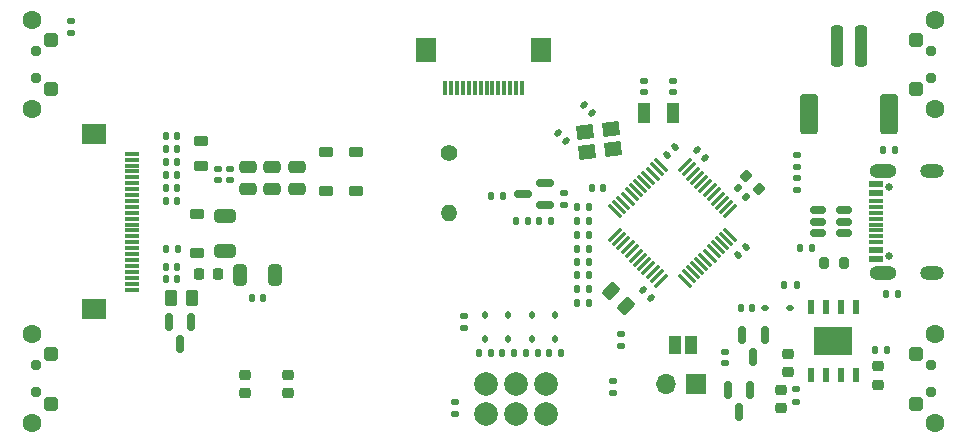
<source format=gbr>
%TF.GenerationSoftware,KiCad,Pcbnew,7.0.9*%
%TF.CreationDate,2023-12-11T11:57:59+01:00*%
%TF.ProjectId,USB E-Paper thing,55534220-452d-4506-9170-657220746869,rev?*%
%TF.SameCoordinates,Original*%
%TF.FileFunction,Soldermask,Top*%
%TF.FilePolarity,Negative*%
%FSLAX46Y46*%
G04 Gerber Fmt 4.6, Leading zero omitted, Abs format (unit mm)*
G04 Created by KiCad (PCBNEW 7.0.9) date 2023-12-11 11:57:59*
%MOMM*%
%LPD*%
G01*
G04 APERTURE LIST*
G04 Aperture macros list*
%AMRoundRect*
0 Rectangle with rounded corners*
0 $1 Rounding radius*
0 $2 $3 $4 $5 $6 $7 $8 $9 X,Y pos of 4 corners*
0 Add a 4 corners polygon primitive as box body*
4,1,4,$2,$3,$4,$5,$6,$7,$8,$9,$2,$3,0*
0 Add four circle primitives for the rounded corners*
1,1,$1+$1,$2,$3*
1,1,$1+$1,$4,$5*
1,1,$1+$1,$6,$7*
1,1,$1+$1,$8,$9*
0 Add four rect primitives between the rounded corners*
20,1,$1+$1,$2,$3,$4,$5,0*
20,1,$1+$1,$4,$5,$6,$7,0*
20,1,$1+$1,$6,$7,$8,$9,0*
20,1,$1+$1,$8,$9,$2,$3,0*%
%AMRotRect*
0 Rectangle, with rotation*
0 The origin of the aperture is its center*
0 $1 length*
0 $2 width*
0 $3 Rotation angle, in degrees counterclockwise*
0 Add horizontal line*
21,1,$1,$2,0,0,$3*%
G04 Aperture macros list end*
%ADD10R,0.600000X1.200000*%
%ADD11R,3.300000X2.400000*%
%ADD12RoundRect,0.135000X0.135000X0.185000X-0.135000X0.185000X-0.135000X-0.185000X0.135000X-0.185000X0*%
%ADD13RoundRect,0.135000X-0.135000X-0.185000X0.135000X-0.185000X0.135000X0.185000X-0.135000X0.185000X0*%
%ADD14C,0.950000*%
%ADD15C,1.600000*%
%ADD16RoundRect,0.300000X-0.300000X-0.300000X0.300000X-0.300000X0.300000X0.300000X-0.300000X0.300000X0*%
%ADD17RoundRect,0.300000X0.300000X0.300000X-0.300000X0.300000X-0.300000X-0.300000X0.300000X-0.300000X0*%
%ADD18RoundRect,0.140000X-0.219203X-0.021213X-0.021213X-0.219203X0.219203X0.021213X0.021213X0.219203X0*%
%ADD19RoundRect,0.140000X-0.140000X-0.170000X0.140000X-0.170000X0.140000X0.170000X-0.140000X0.170000X0*%
%ADD20RoundRect,0.140000X0.140000X0.170000X-0.140000X0.170000X-0.140000X-0.170000X0.140000X-0.170000X0*%
%ADD21C,1.400000*%
%ADD22O,1.400000X1.400000*%
%ADD23RoundRect,0.225000X0.375000X-0.225000X0.375000X0.225000X-0.375000X0.225000X-0.375000X-0.225000X0*%
%ADD24RoundRect,0.140000X0.219203X0.021213X0.021213X0.219203X-0.219203X-0.021213X-0.021213X-0.219203X0*%
%ADD25RoundRect,0.075000X-0.521491X0.415425X0.415425X-0.521491X0.521491X-0.415425X-0.415425X0.521491X0*%
%ADD26RoundRect,0.075000X-0.521491X-0.415425X-0.415425X-0.521491X0.521491X0.415425X0.415425X0.521491X0*%
%ADD27RoundRect,0.140000X-0.170000X0.140000X-0.170000X-0.140000X0.170000X-0.140000X0.170000X0.140000X0*%
%ADD28C,2.000000*%
%ADD29R,1.000000X1.800000*%
%ADD30RoundRect,0.200000X-0.335876X-0.053033X-0.053033X-0.335876X0.335876X0.053033X0.053033X0.335876X0*%
%ADD31RoundRect,0.218750X-0.256250X0.218750X-0.256250X-0.218750X0.256250X-0.218750X0.256250X0.218750X0*%
%ADD32RoundRect,0.150000X0.587500X0.150000X-0.587500X0.150000X-0.587500X-0.150000X0.587500X-0.150000X0*%
%ADD33RoundRect,0.135000X0.226274X0.035355X0.035355X0.226274X-0.226274X-0.035355X-0.035355X-0.226274X0*%
%ADD34RoundRect,0.150000X-0.150000X0.587500X-0.150000X-0.587500X0.150000X-0.587500X0.150000X0.587500X0*%
%ADD35RoundRect,0.112500X-0.112500X0.187500X-0.112500X-0.187500X0.112500X-0.187500X0.112500X0.187500X0*%
%ADD36RoundRect,0.140000X0.170000X-0.140000X0.170000X0.140000X-0.170000X0.140000X-0.170000X-0.140000X0*%
%ADD37RoundRect,0.250000X0.262500X0.450000X-0.262500X0.450000X-0.262500X-0.450000X0.262500X-0.450000X0*%
%ADD38RoundRect,0.135000X-0.185000X0.135000X-0.185000X-0.135000X0.185000X-0.135000X0.185000X0.135000X0*%
%ADD39RoundRect,0.135000X0.185000X-0.135000X0.185000X0.135000X-0.185000X0.135000X-0.185000X-0.135000X0*%
%ADD40R,1.800000X2.000000*%
%ADD41R,0.300000X1.200000*%
%ADD42R,1.000000X1.500000*%
%ADD43RoundRect,0.250000X-0.475000X0.250000X-0.475000X-0.250000X0.475000X-0.250000X0.475000X0.250000X0*%
%ADD44RoundRect,0.140000X0.021213X-0.219203X0.219203X-0.021213X-0.021213X0.219203X-0.219203X0.021213X0*%
%ADD45RoundRect,0.250000X0.650000X-0.325000X0.650000X0.325000X-0.650000X0.325000X-0.650000X-0.325000X0*%
%ADD46RoundRect,0.225000X0.250000X-0.225000X0.250000X0.225000X-0.250000X0.225000X-0.250000X-0.225000X0*%
%ADD47C,0.650000*%
%ADD48R,1.240000X0.600000*%
%ADD49R,1.240000X0.300000*%
%ADD50O,2.300000X1.200000*%
%ADD51O,2.000000X1.200000*%
%ADD52R,1.700000X1.700000*%
%ADD53O,1.700000X1.700000*%
%ADD54RoundRect,0.250000X-0.503814X-0.132583X-0.132583X-0.503814X0.503814X0.132583X0.132583X0.503814X0*%
%ADD55RoundRect,0.218750X-0.218750X-0.256250X0.218750X-0.256250X0.218750X0.256250X-0.218750X0.256250X0*%
%ADD56RoundRect,0.200000X0.200000X0.275000X-0.200000X0.275000X-0.200000X-0.275000X0.200000X-0.275000X0*%
%ADD57RoundRect,0.225000X-0.375000X0.225000X-0.375000X-0.225000X0.375000X-0.225000X0.375000X0.225000X0*%
%ADD58RoundRect,0.150000X0.512500X0.150000X-0.512500X0.150000X-0.512500X-0.150000X0.512500X-0.150000X0*%
%ADD59RoundRect,0.218750X0.256250X-0.218750X0.256250X0.218750X-0.256250X0.218750X-0.256250X-0.218750X0*%
%ADD60RoundRect,0.140000X-0.021213X0.219203X-0.219203X0.021213X0.021213X-0.219203X0.219203X-0.021213X0*%
%ADD61R,2.000000X1.800000*%
%ADD62R,1.200000X0.300000*%
%ADD63RoundRect,0.218750X0.381250X-0.218750X0.381250X0.218750X-0.381250X0.218750X-0.381250X-0.218750X0*%
%ADD64RoundRect,0.250001X-0.499999X-1.449999X0.499999X-1.449999X0.499999X1.449999X-0.499999X1.449999X0*%
%ADD65RoundRect,0.250000X-0.250000X-1.500000X0.250000X-1.500000X0.250000X1.500000X-0.250000X1.500000X0*%
%ADD66RoundRect,0.250000X-0.325000X-0.650000X0.325000X-0.650000X0.325000X0.650000X-0.325000X0.650000X0*%
%ADD67RoundRect,0.112500X-0.187500X-0.112500X0.187500X-0.112500X0.187500X0.112500X-0.187500X0.112500X0*%
%ADD68RotRect,1.400000X1.200000X7.000000*%
G04 APERTURE END LIST*
D10*
%TO.C,U3*%
X71010000Y11160000D03*
X69740000Y11160000D03*
X68460000Y11160000D03*
X67190000Y11160000D03*
X67190000Y5340000D03*
X68460000Y5340000D03*
X69740000Y5340000D03*
X71010000Y5340000D03*
D11*
X69100000Y8250000D03*
%TD*%
D12*
%TO.C,R24*%
X48420000Y18400000D03*
X47400000Y18400000D03*
%TD*%
%TO.C,R26*%
X48420000Y19570000D03*
X47400000Y19570000D03*
%TD*%
D13*
%TO.C,R11*%
X44200000Y18425000D03*
X45220000Y18425000D03*
%TD*%
D14*
%TO.C,SW3*%
X77400000Y32800000D03*
X77400000Y30500000D03*
D15*
X77700000Y35400000D03*
X77700000Y27900000D03*
D16*
X76100000Y29550000D03*
D17*
X76100000Y33750000D03*
%TD*%
D13*
%TO.C,R3*%
X45050000Y7230000D03*
X46070000Y7230000D03*
%TD*%
D12*
%TO.C,R15*%
X74570000Y12200000D03*
X73550000Y12200000D03*
%TD*%
D18*
%TO.C,C5*%
X57560589Y24399411D03*
X58239411Y23720589D03*
%TD*%
D19*
%TO.C,C16*%
X12600000Y20100000D03*
X13560000Y20100000D03*
%TD*%
D20*
%TO.C,C6*%
X49640000Y21170000D03*
X48680000Y21170000D03*
%TD*%
D21*
%TO.C,TH1*%
X36576000Y24130000D03*
D22*
X36576000Y19050000D03*
%TD*%
D23*
%TO.C,D11*%
X26175000Y20970000D03*
X26175000Y24270000D03*
%TD*%
D24*
%TO.C,C2*%
X46449411Y25140589D03*
X45770589Y25819411D03*
%TD*%
D25*
%TO.C,U1*%
X54511212Y23127876D03*
X54157658Y22774322D03*
X53804105Y22420769D03*
X53450551Y22067215D03*
X53096998Y21713662D03*
X52743445Y21360109D03*
X52389891Y21006555D03*
X52036338Y20653002D03*
X51682785Y20299449D03*
X51329231Y19945895D03*
X50975678Y19592342D03*
X50622124Y19238788D03*
D26*
X50622124Y17241212D03*
X50975678Y16887658D03*
X51329231Y16534105D03*
X51682785Y16180551D03*
X52036338Y15826998D03*
X52389891Y15473445D03*
X52743445Y15119891D03*
X53096998Y14766338D03*
X53450551Y14412785D03*
X53804105Y14059231D03*
X54157658Y13705678D03*
X54511212Y13352124D03*
D25*
X56508788Y13352124D03*
X56862342Y13705678D03*
X57215895Y14059231D03*
X57569449Y14412785D03*
X57923002Y14766338D03*
X58276555Y15119891D03*
X58630109Y15473445D03*
X58983662Y15826998D03*
X59337215Y16180551D03*
X59690769Y16534105D03*
X60044322Y16887658D03*
X60397876Y17241212D03*
D26*
X60397876Y19238788D03*
X60044322Y19592342D03*
X59690769Y19945895D03*
X59337215Y20299449D03*
X58983662Y20653002D03*
X58630109Y21006555D03*
X58276555Y21360109D03*
X57923002Y21713662D03*
X57569449Y22067215D03*
X57215895Y22420769D03*
X56862342Y22774322D03*
X56508788Y23127876D03*
%TD*%
D27*
%TO.C,C25*%
X18040000Y22810000D03*
X18040000Y21850000D03*
%TD*%
D28*
%TO.C,J5*%
X39700000Y4620000D03*
X42240000Y4620000D03*
X44780000Y4620000D03*
X44780000Y2080000D03*
X42240000Y2080000D03*
X39700000Y2080000D03*
%TD*%
D29*
%TO.C,Y2*%
X53050000Y27560589D03*
X55550000Y27560589D03*
%TD*%
D24*
%TO.C,C7*%
X53709411Y11910589D03*
X53030589Y12589411D03*
%TD*%
D30*
%TO.C,R14*%
X61686637Y22243363D03*
X62853363Y21076637D03*
%TD*%
D31*
%TO.C,D8*%
X72900000Y6127500D03*
X72900000Y4552500D03*
%TD*%
D32*
%TO.C,Q1*%
X44710000Y19750000D03*
X44710000Y21650000D03*
X42835000Y20700000D03*
%TD*%
D14*
%TO.C,SW4*%
X77400000Y6200000D03*
X77400000Y3900000D03*
D15*
X77700000Y8800000D03*
X77700000Y1300000D03*
D16*
X76100000Y2950000D03*
D17*
X76100000Y7150000D03*
%TD*%
D33*
%TO.C,R13*%
X61740624Y20449376D03*
X61019376Y21170624D03*
%TD*%
D34*
%TO.C,U4*%
X62090000Y4117500D03*
X60190000Y4117500D03*
X61140000Y2242500D03*
%TD*%
D35*
%TO.C,D6*%
X43570000Y10480000D03*
X43570000Y8380000D03*
%TD*%
D36*
%TO.C,C12*%
X59970000Y6370000D03*
X59970000Y7330000D03*
%TD*%
D12*
%TO.C,R27*%
X48420000Y16060000D03*
X47400000Y16060000D03*
%TD*%
%TO.C,R5*%
X48420000Y12620000D03*
X47400000Y12620000D03*
%TD*%
D36*
%TO.C,C4*%
X53050000Y29300000D03*
X53050000Y30260000D03*
%TD*%
D37*
%TO.C,R23*%
X14825000Y11900000D03*
X13000000Y11900000D03*
%TD*%
D38*
%TO.C,R17*%
X65980000Y4140000D03*
X65980000Y3120000D03*
%TD*%
D39*
%TO.C,R29*%
X4540000Y34320000D03*
X4540000Y35340000D03*
%TD*%
D40*
%TO.C,J3*%
X44390000Y32850000D03*
X34590000Y32850000D03*
D41*
X42740000Y29700000D03*
X42240000Y29700000D03*
X41740000Y29700000D03*
X41240000Y29700000D03*
X40740000Y29700000D03*
X40240000Y29700000D03*
X39740000Y29700000D03*
X39240000Y29700000D03*
X38740000Y29700000D03*
X38240000Y29700000D03*
X37740000Y29700000D03*
X37240000Y29700000D03*
X36740000Y29700000D03*
X36240000Y29700000D03*
%TD*%
D13*
%TO.C,R6*%
X39080000Y7230000D03*
X40100000Y7230000D03*
%TD*%
D27*
%TO.C,C24*%
X17000000Y22810000D03*
X17000000Y21850000D03*
%TD*%
D36*
%TO.C,C3*%
X55550000Y29300000D03*
X55550000Y30260000D03*
%TD*%
D13*
%TO.C,R28*%
X12570000Y16050000D03*
X13590000Y16050000D03*
%TD*%
D20*
%TO.C,C11*%
X62210000Y11020000D03*
X61250000Y11020000D03*
%TD*%
D14*
%TO.C,SW1*%
X1600000Y30500000D03*
X1600000Y32800000D03*
D15*
X1300000Y27900000D03*
X1300000Y35400000D03*
D17*
X2900000Y33750000D03*
D16*
X2900000Y29550000D03*
%TD*%
D19*
%TO.C,C20*%
X12600000Y13500000D03*
X13560000Y13500000D03*
%TD*%
D12*
%TO.C,R16*%
X74360000Y24430000D03*
X73340000Y24430000D03*
%TD*%
D42*
%TO.C,JP1*%
X57020000Y7910000D03*
X55720000Y7910000D03*
%TD*%
D39*
%TO.C,R12*%
X37050000Y2060000D03*
X37050000Y3080000D03*
%TD*%
D43*
%TO.C,C29*%
X19550000Y22980000D03*
X19550000Y21080000D03*
%TD*%
D44*
%TO.C,C26*%
X55030000Y23980000D03*
X55708822Y24658822D03*
%TD*%
D19*
%TO.C,C15*%
X12600000Y21194000D03*
X13560000Y21194000D03*
%TD*%
D12*
%TO.C,R25*%
X48420000Y14890000D03*
X47400000Y14890000D03*
%TD*%
D14*
%TO.C,SW2*%
X1600000Y3900000D03*
X1600000Y6200000D03*
D15*
X1300000Y1300000D03*
X1300000Y8800000D03*
D17*
X2900000Y7150000D03*
D16*
X2900000Y2950000D03*
%TD*%
D39*
%TO.C,R20*%
X66060000Y21040000D03*
X66060000Y22060000D03*
%TD*%
D13*
%TO.C,R10*%
X42225000Y18425000D03*
X43245000Y18425000D03*
%TD*%
D12*
%TO.C,R22*%
X65990000Y12990000D03*
X64970000Y12990000D03*
%TD*%
D13*
%TO.C,R7*%
X40150000Y20530000D03*
X41170000Y20530000D03*
%TD*%
D45*
%TO.C,C21*%
X17640000Y15840000D03*
X17640000Y18790000D03*
%TD*%
D38*
%TO.C,R32*%
X50470000Y4840000D03*
X50470000Y3820000D03*
%TD*%
%TO.C,R33*%
X51130000Y8850000D03*
X51130000Y7830000D03*
%TD*%
D31*
%TO.C,D7*%
X64710000Y4127500D03*
X64710000Y2552500D03*
%TD*%
D46*
%TO.C,C10*%
X65260000Y5620000D03*
X65260000Y7170000D03*
%TD*%
D47*
%TO.C,J6*%
X73820000Y15450000D03*
X73820000Y21240000D03*
D48*
X72700000Y15150000D03*
X72700000Y15950000D03*
D49*
X72700000Y17100000D03*
X72700000Y18100000D03*
X72700000Y18600000D03*
X72700000Y19600000D03*
D48*
X72700000Y20750000D03*
X72700000Y21550000D03*
X72700000Y21550000D03*
X72700000Y20750000D03*
D49*
X72700000Y20100000D03*
X72700000Y19100000D03*
X72700000Y17600000D03*
X72700000Y16600000D03*
D48*
X72700000Y15950000D03*
X72700000Y15150000D03*
D50*
X73320000Y14030000D03*
D51*
X77500000Y14030000D03*
D50*
X73320000Y22670000D03*
D51*
X77500000Y22670000D03*
%TD*%
D13*
%TO.C,R1*%
X41070000Y7230000D03*
X42090000Y7230000D03*
%TD*%
D43*
%TO.C,C28*%
X21620000Y22980000D03*
X21620000Y21080000D03*
%TD*%
D19*
%TO.C,C13*%
X12590000Y25570000D03*
X13550000Y25570000D03*
%TD*%
D12*
%TO.C,R2*%
X48400000Y11470000D03*
X47380000Y11470000D03*
%TD*%
D34*
%TO.C,Q3*%
X14750000Y9837500D03*
X12850000Y9837500D03*
X13800000Y7962500D03*
%TD*%
D35*
%TO.C,D1*%
X41580000Y10480000D03*
X41580000Y8380000D03*
%TD*%
D39*
%TO.C,R21*%
X66060000Y22980000D03*
X66060000Y24000000D03*
%TD*%
D13*
%TO.C,R18*%
X72620000Y7500000D03*
X73640000Y7500000D03*
%TD*%
D19*
%TO.C,C14*%
X12600000Y23382000D03*
X13560000Y23382000D03*
%TD*%
D52*
%TO.C,J8*%
X57480000Y4620000D03*
D53*
X54940000Y4620000D03*
%TD*%
D54*
%TO.C,R30*%
X50284765Y12505235D03*
X51575235Y11214765D03*
%TD*%
D55*
%TO.C,L1*%
X15412500Y13900000D03*
X16987500Y13900000D03*
%TD*%
D35*
%TO.C,D5*%
X39590000Y10480000D03*
X39590000Y8380000D03*
%TD*%
D56*
%TO.C,R19*%
X70005000Y14820000D03*
X68355000Y14820000D03*
%TD*%
D57*
%TO.C,D10*%
X28685000Y24225000D03*
X28685000Y20925000D03*
%TD*%
D19*
%TO.C,C19*%
X12600000Y24476000D03*
X13560000Y24476000D03*
%TD*%
D13*
%TO.C,R9*%
X43060000Y7230000D03*
X44080000Y7230000D03*
%TD*%
D58*
%TO.C,U2*%
X70040000Y17400000D03*
X70040000Y18350000D03*
X70040000Y19300000D03*
X67765000Y19300000D03*
X67765000Y18350000D03*
X67765000Y17400000D03*
%TD*%
D59*
%TO.C,D2*%
X22895000Y3825000D03*
X22895000Y5400000D03*
%TD*%
D60*
%TO.C,C8*%
X61670000Y16210000D03*
X60991178Y15531178D03*
%TD*%
D24*
%TO.C,C1*%
X48649411Y27540589D03*
X47970589Y28219411D03*
%TD*%
D61*
%TO.C,DS1*%
X6550000Y25750000D03*
X6550000Y10950000D03*
D62*
X9700000Y12600000D03*
X9700000Y13100000D03*
X9700000Y13600000D03*
X9700000Y14100000D03*
X9700000Y14600000D03*
X9700000Y15100000D03*
X9700000Y15600000D03*
X9700000Y16100000D03*
X9700000Y16600000D03*
X9700000Y17100000D03*
X9700000Y17600000D03*
X9700000Y18100000D03*
X9700000Y18600000D03*
X9700000Y19100000D03*
X9700000Y19600000D03*
X9700000Y20100000D03*
X9700000Y20600000D03*
X9700000Y21100000D03*
X9700000Y21600000D03*
X9700000Y22100000D03*
X9700000Y22600000D03*
X9700000Y23100000D03*
X9700000Y23600000D03*
X9700000Y24100000D03*
%TD*%
D63*
%TO.C,FB1*%
X15540000Y23025000D03*
X15540000Y25150000D03*
%TD*%
D35*
%TO.C,D3*%
X45560000Y10480000D03*
X45560000Y8380000D03*
%TD*%
D19*
%TO.C,C17*%
X19880000Y11900000D03*
X20840000Y11900000D03*
%TD*%
%TO.C,C18*%
X12600000Y14500000D03*
X13560000Y14500000D03*
%TD*%
D43*
%TO.C,C27*%
X23660000Y22980000D03*
X23660000Y21080000D03*
%TD*%
D64*
%TO.C,BT1*%
X67080000Y27500000D03*
X73780000Y27500000D03*
D65*
X69430000Y33250000D03*
X71430000Y33250000D03*
%TD*%
D57*
%TO.C,D12*%
X15220000Y18990000D03*
X15220000Y15690000D03*
%TD*%
D12*
%TO.C,R31*%
X48420000Y13850000D03*
X47400000Y13850000D03*
%TD*%
D34*
%TO.C,Q2*%
X63280709Y8758500D03*
X61380709Y8758500D03*
X62330709Y6883500D03*
%TD*%
D66*
%TO.C,C22*%
X18895000Y13840000D03*
X21845000Y13840000D03*
%TD*%
D67*
%TO.C,D9*%
X63350000Y11000000D03*
X65450000Y11000000D03*
%TD*%
D12*
%TO.C,R34*%
X48420000Y17230000D03*
X47400000Y17230000D03*
%TD*%
D38*
%TO.C,R4*%
X37840000Y10330000D03*
X37840000Y9310000D03*
%TD*%
D59*
%TO.C,D4*%
X19320000Y3825000D03*
X19320000Y5400000D03*
%TD*%
D68*
%TO.C,Y1*%
X48271788Y24222279D03*
X50455390Y24490392D03*
X50248212Y26177721D03*
X48064610Y25909608D03*
%TD*%
D19*
%TO.C,C23*%
X12600000Y22288000D03*
X13560000Y22288000D03*
%TD*%
D39*
%TO.C,R8*%
X46335000Y19740000D03*
X46335000Y20760000D03*
%TD*%
D20*
%TO.C,C9*%
X67280000Y16080000D03*
X66320000Y16080000D03*
%TD*%
M02*

</source>
